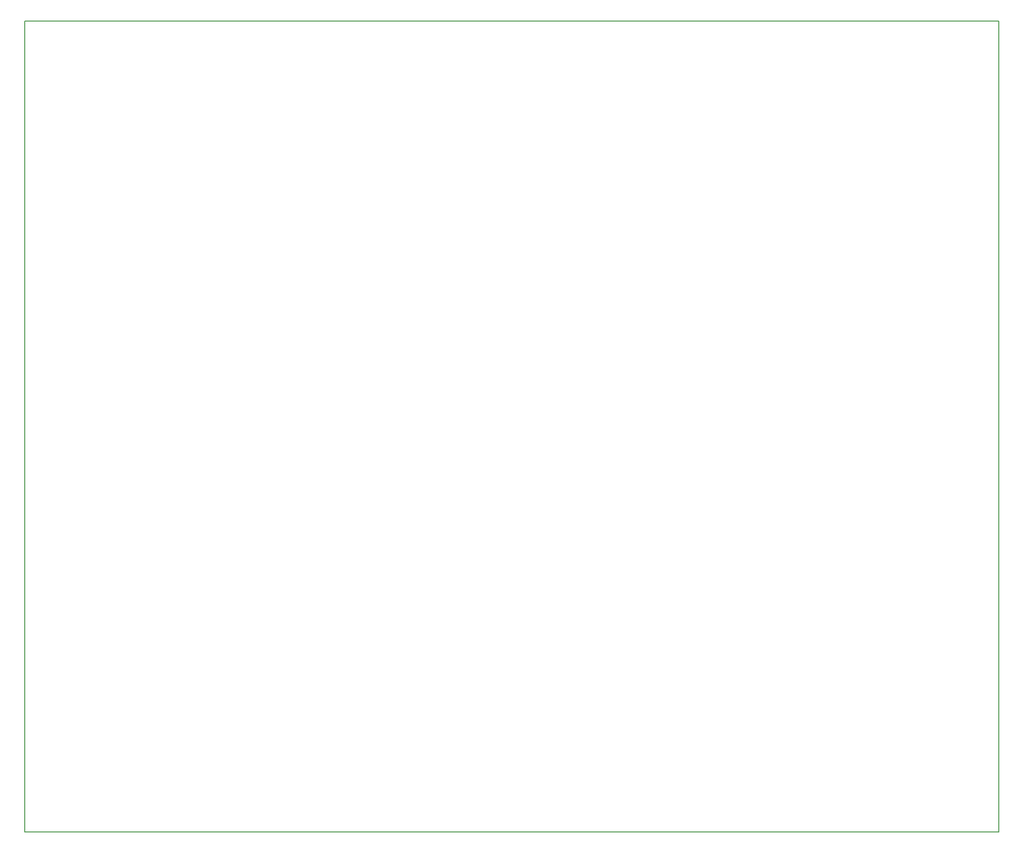
<source format=gm1>
G04 #@! TF.GenerationSoftware,KiCad,Pcbnew,(5.1.5)-3*
G04 #@! TF.CreationDate,2020-08-03T13:17:45+02:00*
G04 #@! TF.ProjectId,AMC_FMC_Carrier-PcbDoc,414d435f-464d-4435-9f43-617272696572,rev?*
G04 #@! TF.SameCoordinates,Original*
G04 #@! TF.FileFunction,Profile,NP*
%FSLAX46Y46*%
G04 Gerber Fmt 4.6, Leading zero omitted, Abs format (unit mm)*
G04 Created by KiCad (PCBNEW (5.1.5)-3) date 2020-08-03 13:17:45*
%MOMM*%
%LPD*%
G04 APERTURE LIST*
%ADD10C,0.199900*%
G04 APERTURE END LIST*
D10*
X123650000Y-65230110D02*
X303649900Y-65230110D01*
X303649900Y-215230070D02*
X123650000Y-215230070D01*
X123650000Y-215230070D02*
X123650000Y-65230110D01*
X303649900Y-65230110D02*
X303649900Y-215230070D01*
M02*

</source>
